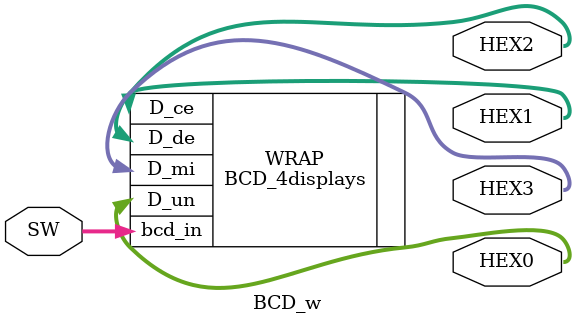
<source format=v>
module BCD_w #(parameter N_in = 10, N_out = 7)(
    input [N_in-1:0] SW,
    output [0:N_out-1] HEX0, HEX1, HEX2, HEX3 // Por convención, las señales del display de 7 segmentos empieza con el segmento 0
);

BCD_4displays WRAP(
    .bcd_in(SW),
    .D_un(HEX0),
    .D_de(HEX1),
    .D_ce(HEX2),
    .D_mi(HEX3)
);

endmodule

</source>
